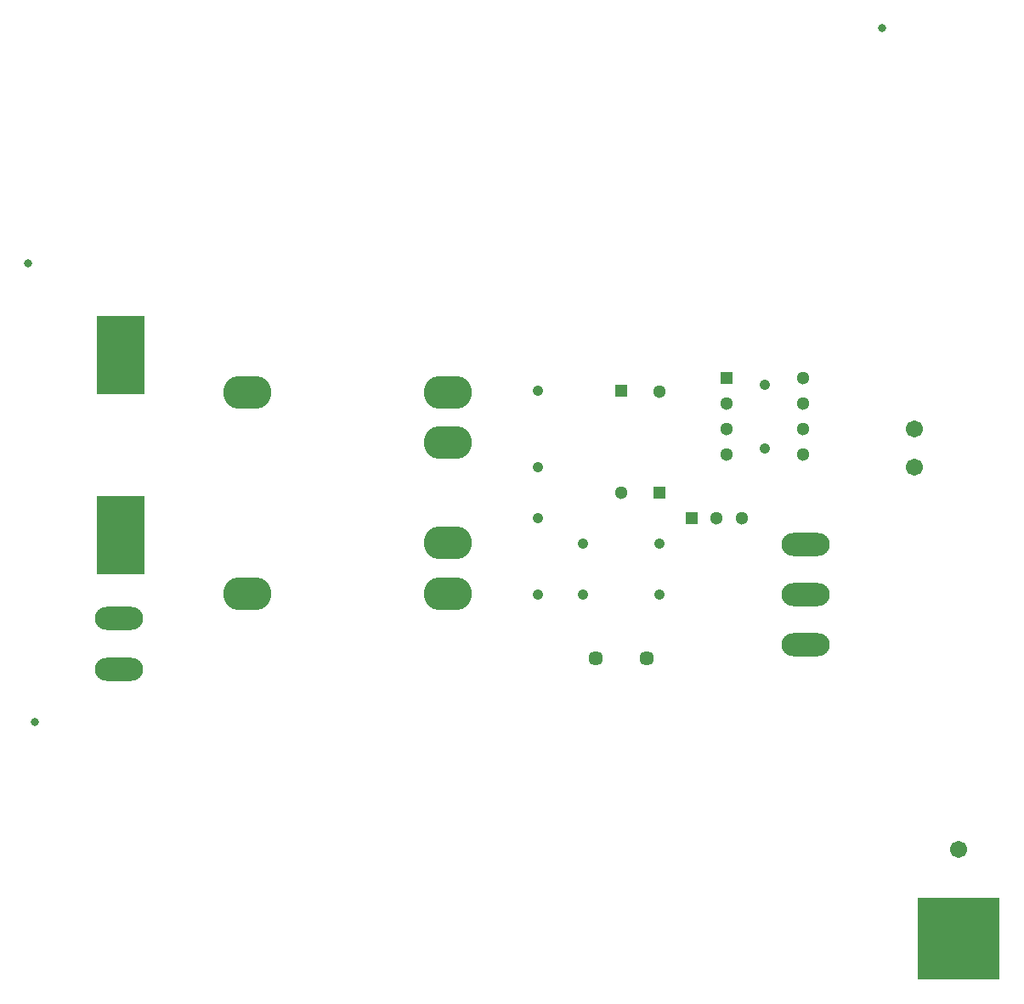
<source format=gbr>
G04 DipTrace 4.3.0.1*
G04 TopPaste.gbr*
%MOMM*%
G04 #@! TF.FileFunction,Paste,Top*
G04 #@! TF.Part,Single*
%ADD38R,4.8X7.8*%
%ADD40C,1.3*%
%ADD42R,1.3X1.3*%
%ADD44C,0.8*%
%ADD46C,1.45*%
%ADD48C,1.705*%
%ADD50C,1.07*%
%ADD52C,1.07*%
%ADD54O,4.8X2.3*%
%ADD56O,4.8X3.3*%
%ADD58R,8.2X8.2*%
%FSLAX35Y35*%
G04*
G71*
G90*
G75*
G01*
G04 TopPaste*
%LPD*%
D58*
X4445000Y-4445000D3*
D56*
X-2646000Y1000000D3*
Y-1000000D3*
X-646000Y1000000D3*
Y500000D3*
Y-500000D3*
Y-1000000D3*
D54*
X-3920500Y-1253500D3*
Y-1753500D3*
D52*
X254000Y1016000D3*
D50*
Y254000D3*
D52*
Y-254000D3*
D50*
Y-1016000D3*
D52*
X698500Y-508000D3*
D50*
X1460500D3*
D52*
X698500Y-1016000D3*
D50*
X1460500D3*
D54*
X2921000D3*
Y-516000D3*
D48*
X4000500Y635000D3*
D46*
X1333500Y-1651000D3*
X825500D3*
D44*
X3683000Y4635500D3*
D42*
X1460500Y0D3*
D40*
Y1010000D3*
D42*
X1079500Y1016000D3*
D40*
Y6000D3*
D48*
X4445000Y-3556000D3*
X4000500Y254000D3*
D42*
X2127250Y1143000D3*
D40*
Y889000D3*
Y635000D3*
Y381000D3*
X2889250D3*
Y635000D3*
Y889000D3*
Y1143000D3*
D52*
X2508250Y1079500D3*
D50*
Y444500D3*
D44*
X-4826000Y2286000D3*
X-4762500Y-2286000D3*
D42*
X1782000Y-254000D3*
D40*
X2032000D3*
X2282000D3*
D38*
X-3905250Y-423750D3*
Y1376250D3*
D54*
X2921000Y-1516000D3*
M02*

</source>
